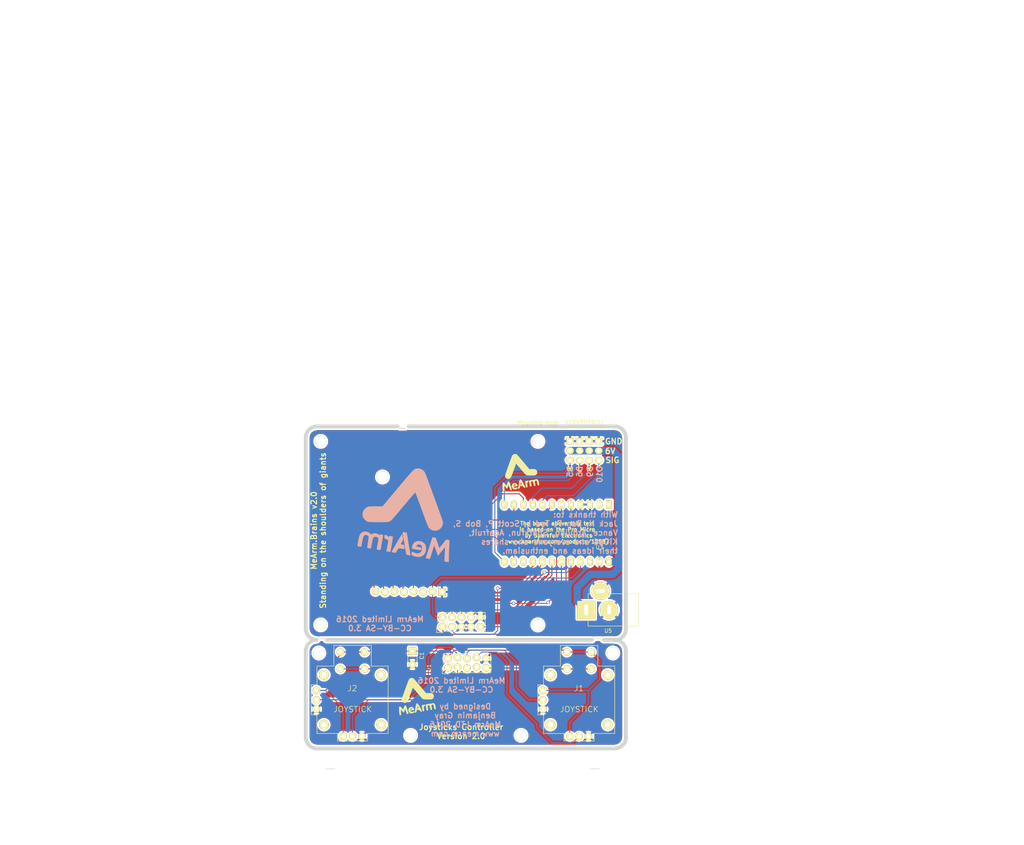
<source format=kicad_pcb>
(kicad_pcb (version 4) (host pcbnew "(2015-01-16 BZR 5376)-product")
  (layers (0 F.Cu signal) (1 In1.Cu signal) (2 In2.Cu signal) (31 B.Cu signal) (34 B.Paste user) (35 F.Paste user) (36 B.SilkS user) (37 F.SilkS user) (38 B.Mask user) (39 F.Mask user) (44 Edge.Cuts user))
  (net 0 "")
  (net 1 GND)
  (net 2 +6V)
  (net 3 I2C_SDA)
  (net 4 I2C_SCLK)
  (net 5 BT_TX)
  (net 6 BT_RX)
  (net 7 LCD_DC)
  (net 8 RIGHT)
  (net 9 LEFT)
  (net 10 LCD_RST)
  (net 11 LCD_CE)
  (net 12 WAIST)
  (net 13 CLAW)
  (net 14 MOSI_D16)
  (net 15 MISO_D14)
  (net 16 SCLK_D15)
  (net 17 A0)
  (net 18 A1)
  (net 19 A2)
  (net 20 A3)
  (net 21 RST)
  (net 22 5V)
  (net 23 VCC)
  (net 24 S2)
  (net 25 S1)
  (net 26 "Net-(U1-Pad5)")
  (net 27 "Net-(U1-Pad7)")
  (module Brains:Mounting_Hole (layer F.Cu) (at 114 85.5)
    (fp_text reference "" (at 0 -5) (layer F.SilkS))
    (fp_text value "" (at 4.5 0) (layer F.SilkS))
    (pad "" thru_hole circle (at 0 0) (size 3 3) (drill 3) (layers *.Cu *.Mask F.SilkS))
  )
  (module brains:MeArmLogo10mm (layer F.Cu) (at 123.3 144.1)
    (fp_text reference G*** hide)
    (fp_text value LOGO hide)
  )
  (module Brains:Nokia5510LCD (layer F.Cu) (at 121 113.5)
    (fp_text reference "" (at 0 -7.62) (layer F.SilkS) (effects (font (size 1.5 1.5))))
    (fp_text value "" (at 0 5.08) (layer F.SilkS) (effects (font (size 1.5 1.5))))
    (fp_text user "" (at -3.175 12.065) (layer F.SilkS) (effects (font (size 1.5 1.5))))
    (pad 1 thru_hole circle (at -8.89 2.54) (size 2 2) (drill 0.9) (layers *.Cu *.Mask F.SilkS) (net 10 LCD_RST))
    (pad 2 thru_hole circle (at -6.35 2.75) (size 2 2) (drill 1) (layers *.Cu *.Mask F.SilkS) (net 11 LCD_CE))
    (pad 3 thru_hole circle (at -3.81 2.54) (size 2 2) (drill 1) (layers *.Cu *.Mask F.SilkS) (net 7 LCD_DC))
    (pad 4 thru_hole circle (at -1.25 2.75) (size 2 2) (drill 1) (layers *.Cu *.Mask F.SilkS) (net 14 MOSI_D16))
    (pad 5 thru_hole circle (at 1.27 2.54) (size 2 2) (drill 1) (layers *.Cu *.Mask F.SilkS) (net 16 SCLK_D15))
    (pad 6 thru_hole circle (at 3.85 2.75) (size 2 2) (drill 1) (layers *.Cu *.Mask F.SilkS) (net 22 5V))
    (pad 7 thru_hole circle (at 6.35 2.54) (size 2 2) (drill 1) (layers *.Cu *.Mask F.SilkS) (net 22 5V))
    (pad 8 thru_hole rect (at 8.9 2.7) (size 2 2) (drill 1) (layers *.Cu *.Mask F.SilkS) (net 1 GND))
  )
  (module Pin_Headers:Pin_Header_Straight_1x03 (layer F.Cu) (at 171.735 75.946)
    (fp_text reference U11 (at 0 -5.1) (layer F.SilkS))
    (fp_text value Servo)
    (pad 1 thru_hole rect (at 0 0) (size 2.032 1.7272) (drill 1.016) (layers *.Cu *.Mask F.SilkS) (net 1 GND))
    (pad 2 thru_hole oval (at 0 2.54) (size 2.032 1.7272) (drill 1.016) (layers *.Cu *.Mask F.SilkS) (net 2 +6V))
    (pad 3 thru_hole oval (at 0 5.08) (size 2.032 1.7272) (drill 1.016) (layers *.Cu *.Mask F.SilkS) (net 8 RIGHT))
  )
  (module Pin_Headers:Pin_Header_Straight_1x03 (layer F.Cu) (at 169.195 75.946)
    (fp_text reference U10 (at 0 -5.1) (layer F.SilkS))
    (fp_text value Servo)
    (pad 1 thru_hole rect (at 0 0) (size 2.032 1.7272) (drill 1.016) (layers *.Cu *.Mask F.SilkS) (net 1 GND))
    (pad 2 thru_hole oval (at 0 2.54) (size 2.032 1.7272) (drill 1.016) (layers *.Cu *.Mask F.SilkS) (net 2 +6V))
    (pad 3 thru_hole oval (at 0 5.08) (size 2.032 1.7272) (drill 1.016) (layers *.Cu *.Mask F.SilkS) (net 9 LEFT))
  )
  (module Pin_Headers:Pin_Header_Straight_1x03 (layer F.Cu) (at 166.655 75.946)
    (fp_text reference U9 (at 0 -5.1) (layer F.SilkS))
    (fp_text value Servo)
    (pad 1 thru_hole rect (at 0 0) (size 2.032 1.7272) (drill 1.016) (layers *.Cu *.Mask F.SilkS) (net 1 GND))
    (pad 2 thru_hole oval (at 0 2.54) (size 2.032 1.7272) (drill 1.016) (layers *.Cu *.Mask F.SilkS) (net 2 +6V))
    (pad 3 thru_hole oval (at 0 5.08) (size 2.032 1.7272) (drill 1.016) (layers *.Cu *.Mask F.SilkS) (net 12 WAIST))
  )
  (module Pin_Headers:Pin_Header_Straight_1x03 (layer F.Cu) (at 164.095 75.935)
    (fp_text reference U12 (at 0 -5.1) (layer F.SilkS))
    (fp_text value Servo)
    (pad 1 thru_hole rect (at 0 0) (size 2.032 1.7272) (drill 1.016) (layers *.Cu *.Mask F.SilkS) (net 1 GND))
    (pad 2 thru_hole oval (at 0 2.54) (size 2.032 1.7272) (drill 1.016) (layers *.Cu *.Mask F.SilkS) (net 2 +6V))
    (pad 3 thru_hole oval (at 0 5.08) (size 2.032 1.7272) (drill 1.016) (layers *.Cu *.Mask F.SilkS) (net 13 CLAW))
  )
  (module Sockets_DIP:DIP-24__600_ELL (layer F.Cu) (at 160.5 100.5 180)
    (fp_text reference U3 (at -11.43 -3.81 180) (layer F.SilkS))
    (fp_text value promicro)
    (pad 1 thru_hole rect (at -13.97 7.62 180) (size 1.5748 2.286) (drill 0.8128) (layers *.Cu *.Mask F.SilkS) (net 5 BT_TX))
    (pad 2 thru_hole oval (at -11.43 7.62 180) (size 1.5748 2.286) (drill 0.8128) (layers *.Cu *.Mask F.SilkS) (net 6 BT_RX))
    (pad 3 thru_hole oval (at -8.89 7.62 180) (size 1.5748 2.286) (drill 0.8128) (layers *.Cu *.Mask F.SilkS) (net 1 GND))
    (pad 4 thru_hole oval (at -6.35 7.62 180) (size 1.5748 2.286) (drill 0.8128) (layers *.Cu *.Mask F.SilkS) (net 1 GND))
    (pad 5 thru_hole oval (at -3.81 7.62 180) (size 1.5748 2.286) (drill 0.8128) (layers *.Cu *.Mask F.SilkS) (net 3 I2C_SDA))
    (pad 6 thru_hole oval (at -1.27 7.62 180) (size 1.5748 2.286) (drill 0.8128) (layers *.Cu *.Mask F.SilkS) (net 4 I2C_SCLK))
    (pad 7 thru_hole oval (at 1.27 7.62 180) (size 1.5748 2.286) (drill 0.8128) (layers *.Cu *.Mask F.SilkS) (net 7 LCD_DC))
    (pad 8 thru_hole oval (at 3.81 7.62 180) (size 1.5748 2.286) (drill 0.8128) (layers *.Cu *.Mask F.SilkS) (net 8 RIGHT))
    (pad 9 thru_hole oval (at 6.35 7.62 180) (size 1.5748 2.286) (drill 0.8128) (layers *.Cu *.Mask F.SilkS) (net 9 LEFT))
    (pad 10 thru_hole oval (at 8.89 7.62 180) (size 1.5748 2.286) (drill 0.8128) (layers *.Cu *.Mask F.SilkS) (net 10 LCD_RST))
    (pad 11 thru_hole oval (at 11.43 7.62 180) (size 1.5748 2.286) (drill 0.8128) (layers *.Cu *.Mask F.SilkS) (net 11 LCD_CE))
    (pad 12 thru_hole oval (at 13.97 7.62 180) (size 1.5748 2.286) (drill 0.8128) (layers *.Cu *.Mask F.SilkS) (net 12 WAIST))
    (pad 13 thru_hole oval (at 13.97 -7.62 180) (size 1.5748 2.286) (drill 0.8128) (layers *.Cu *.Mask F.SilkS) (net 13 CLAW))
    (pad 14 thru_hole oval (at 11.43 -7.62 180) (size 1.5748 2.286) (drill 0.8128) (layers *.Cu *.Mask F.SilkS) (net 14 MOSI_D16))
    (pad 15 thru_hole oval (at 8.89 -7.62 180) (size 1.5748 2.286) (drill 0.8128) (layers *.Cu *.Mask F.SilkS) (net 15 MISO_D14))
    (pad 16 thru_hole oval (at 6.35 -7.62 180) (size 1.5748 2.286) (drill 0.8128) (layers *.Cu *.Mask F.SilkS) (net 16 SCLK_D15))
    (pad 17 thru_hole oval (at 3.81 -7.62 180) (size 1.5748 2.286) (drill 0.8128) (layers *.Cu *.Mask F.SilkS) (net 17 A0))
    (pad 18 thru_hole oval (at 1.27 -7.62 180) (size 1.5748 2.286) (drill 0.8128) (layers *.Cu *.Mask F.SilkS) (net 18 A1))
    (pad 19 thru_hole oval (at -1.27 -7.62 180) (size 1.5748 2.286) (drill 0.8128) (layers *.Cu *.Mask F.SilkS) (net 19 A2))
    (pad 20 thru_hole oval (at -3.81 -7.62 180) (size 1.5748 2.286) (drill 0.8128) (layers *.Cu *.Mask F.SilkS) (net 20 A3))
    (pad 21 thru_hole oval (at -6.35 -7.62 180) (size 1.5748 2.286) (drill 0.8128) (layers *.Cu *.Mask F.SilkS) (net 22 5V))
    (pad 22 thru_hole oval (at -8.89 -7.62 180) (size 1.5748 2.286) (drill 0.8128) (layers *.Cu *.Mask F.SilkS) (net 21 RST))
    (pad 23 thru_hole oval (at -11.43 -7.62 180) (size 1.5748 2.286) (drill 0.8128) (layers *.Cu *.Mask F.SilkS) (net 1 GND))
    (pad 24 thru_hole oval (at -13.97 -7.62 180) (size 1.5748 2.286) (drill 0.8128) (layers *.Cu *.Mask F.SilkS) (net 2 +6V))
  )
  (module Brains:TinyDrillHole (layer F.Cu) (at 98.933 128.651)
    (fp_text reference "" (at 0 0) (layer F.SilkS))
    (fp_text value "" (at 0 0 90) (layer F.SilkS))
    (pad 2 thru_hole circle (at 0 0) (size 0.3 0.3) (drill 0.3) (layers *.Cu *.Mask F.SilkS))
  )
  (module Brains:TinyDrillHole (layer F.Cu) (at 98.552 128.651)
    (fp_text reference "" (at 0 0) (layer F.SilkS))
    (fp_text value "" (at 0 0 90) (layer F.SilkS))
    (pad 2 thru_hole circle (at 0 0) (size 0.3 0.3) (drill 0.3) (layers *.Cu *.Mask F.SilkS))
  )
  (module Brains:TinyDrillHole (layer F.Cu) (at 98.171 128.651)
    (fp_text reference "" (at 0 0) (layer F.SilkS))
    (fp_text value "" (at 0 0 90) (layer F.SilkS))
    (pad 2 thru_hole circle (at 0 0) (size 0.3 0.3) (drill 0.3) (layers *.Cu *.Mask F.SilkS))
  )
  (module Brains:TinyDrillHole (layer F.Cu) (at 97.79 128.651)
    (fp_text reference "" (at 0 0) (layer F.SilkS))
    (fp_text value "" (at 0 0 90) (layer F.SilkS))
    (pad 2 thru_hole circle (at 0 0) (size 0.3 0.3) (drill 0.3) (layers *.Cu *.Mask F.SilkS))
  )
  (module TinyDrillHole (layer F.Cu) (at 97.409 128.651)
    (fp_text reference "" (at 0 0) (layer F.SilkS))
    (fp_text value "" (at 0 0 90) (layer F.SilkS))
    (pad 2 thru_hole circle (at 0 0) (size 0.3 0.3) (drill 0.3) (layers *.Cu *.Mask F.SilkS))
  )
  (module Brains:TinyDrillHole (layer F.Cu) (at 172.339 128.651)
    (fp_text reference "" (at 0 0) (layer F.SilkS))
    (fp_text value "" (at 0 0 90) (layer F.SilkS))
    (pad 2 thru_hole circle (at 0 0) (size 0.3 0.3) (drill 0.3) (layers *.Cu *.Mask F.SilkS))
  )
  (module Brains:TinyDrillHole (layer F.Cu) (at 171.958 128.651)
    (fp_text reference "" (at 0 0) (layer F.SilkS))
    (fp_text value "" (at 0 0 90) (layer F.SilkS))
    (pad 2 thru_hole circle (at 0 0) (size 0.3 0.3) (drill 0.3) (layers *.Cu *.Mask F.SilkS))
  )
  (module Brains:TinyDrillHole (layer F.Cu) (at 171.577 128.651)
    (fp_text reference "" (at 0 0) (layer F.SilkS))
    (fp_text value "" (at 0 0 90) (layer F.SilkS))
    (pad 2 thru_hole circle (at 0 0) (size 0.3 0.3) (drill 0.3) (layers *.Cu *.Mask F.SilkS))
  )
  (module Brains:TinyDrillHole (layer F.Cu) (at 171.196 128.651)
    (fp_text reference "" (at 0 0) (layer F.SilkS))
    (fp_text value "" (at 0 0 90) (layer F.SilkS))
    (pad 2 thru_hole circle (at 0 0) (size 0.3 0.3) (drill 0.3) (layers *.Cu *.Mask F.SilkS))
  )
  (module TinyDrillHole (layer F.Cu) (at 170.815 128.651)
    (fp_text reference "" (at 0 0) (layer F.SilkS))
    (fp_text value "" (at 0 0 90) (layer F.SilkS))
    (pad 2 thru_hole circle (at 0 0) (size 0.3 0.3) (drill 0.3) (layers *.Cu *.Mask F.SilkS))
  )
  (module TinyDrillHole (layer F.Cu) (at 118.618 72.517)
    (fp_text reference "" (at 0 0) (layer F.SilkS))
    (fp_text value "" (at 0 0 90) (layer F.SilkS))
    (pad 2 thru_hole circle (at 0 0) (size 0.3 0.3) (drill 0.3) (layers *.Cu *.Mask F.SilkS))
  )
  (module Pin_Headers:Pin_Header_Straight_2x05 (layer F.Cu) (at 130 125.5 90)
    (fp_text reference "" (at 0 -5.1 90) (layer F.SilkS))
    (fp_text value JoyConnectISP)
    (pad 1 thru_hole circle (at 0 0 90) (size 2 2) (drill 1.016) (layers *.Cu *.Mask F.SilkS) (net 3 I2C_SDA))
    (pad 2 thru_hole circle (at 2.54 0 90) (size 2 2) (drill 1.016) (layers *.Cu *.Mask F.SilkS) (net 22 5V))
    (pad 3 thru_hole circle (at 0 2.54 90) (size 2 2) (drill 1.016) (layers *.Cu *.Mask F.SilkS) (net 17 A0))
    (pad 4 thru_hole circle (at 2.54 2.54 90) (size 2 2) (drill 1.016) (layers *.Cu *.Mask F.SilkS) (net 20 A3))
    (pad 5 thru_hole circle (at 0 5.08 90) (size 2 2) (drill 1.016) (layers *.Cu *.Mask F.SilkS) (net 1 GND))
    (pad 6 thru_hole circle (at 2.54 5.08 90) (size 2 2) (drill 1.016) (layers *.Cu *.Mask F.SilkS) (net 19 A2))
    (pad 7 thru_hole circle (at 0 7.62 90) (size 2 2) (drill 1.016) (layers *.Cu *.Mask F.SilkS) (net 1 GND))
    (pad 8 thru_hole circle (at 2.54 7.62 90) (size 2 2) (drill 1.016) (layers *.Cu *.Mask F.SilkS) (net 18 A1))
    (pad 9 thru_hole circle (at 0 10.16 90) (size 2 2) (drill 1.016) (layers *.Cu *.Mask F.SilkS) (net 4 I2C_SCLK))
    (pad 10 thru_hole circle (at 2.54 10.16 90) (size 2 2) (drill 1.016) (layers *.Cu *.Mask F.SilkS) (net 1 GND))
  )
  (module Connect:JACK_ALIM (layer F.Cu) (at 174.5 121 180)
    (fp_text reference U5 (at 0.254 -5.588 180) (layer F.SilkS))
    (fp_text value JACK_2MM1)
    (pad 2 thru_hole circle (at 0 0 180) (size 4.8006 4.8006) (drill oval 1.016 2.54) (layers *.Cu *.Mask F.SilkS) (net 1 GND))
    (pad 1 thru_hole rect (at 6.096 0 180) (size 4.8006 4.8006) (drill oval 1.016 3) (layers *.Cu *.Mask F.SilkS) (net 2 +6V))
    (pad 3 thru_hole circle (at 2.286 5.08 180) (size 4.8006 4.8006) (drill oval 2.54 1.016) (layers *.Cu *.Mask F.SilkS) (net 1 GND))
  )
  (module Brains:Mounting_Hole (layer F.Cu) (at 97.5 76)
    (fp_text reference "" (at 0 -5) (layer F.SilkS))
    (fp_text value "" (at 4.5 0) (layer F.SilkS))
    (pad "" thru_hole circle (at 0 0) (size 3 3) (drill 3) (layers *.Cu *.Mask F.SilkS))
  )
  (module Brains:Mounting_Hole (layer F.Cu) (at 155.5 76)
    (fp_text reference Mounting_Hole (at 0 -5) (layer F.SilkS))
    (fp_text value "" (at 0 5) (layer F.SilkS))
    (pad "" thru_hole circle (at 0 0) (size 3 3) (drill 3) (layers *.Cu *.Mask F.SilkS))
  )
  (module Brains:Mounting_Hole (layer F.Cu) (at 97.5 125)
    (fp_text reference "" (at 0 -5) (layer F.SilkS))
    (fp_text value "" (at 0 5) (layer F.SilkS))
    (pad "" thru_hole circle (at 0 0) (size 3 3) (drill 3) (layers *.Cu *.Mask F.SilkS))
  )
  (module Brains:Mounting_Hole (layer F.Cu) (at 155.5 125)
    (fp_text reference "" (at 0 -5) (layer F.SilkS))
    (fp_text value "" (at 0 5) (layer F.SilkS))
    (pad "" thru_hole circle (at 0 0) (size 3 3) (drill 3) (layers *.Cu *.Mask F.SilkS))
  )
  (module Brains:TinyDrillHole (layer F.Cu) (at 118.999 72.517)
    (fp_text reference "" (at 0 0) (layer F.SilkS))
    (fp_text value "" (at 0 0 90) (layer F.SilkS))
    (pad 2 thru_hole circle (at 0 0) (size 0.3 0.3) (drill 0.3) (layers *.Cu *.Mask F.SilkS))
  )
  (module Brains:TinyDrillHole (layer F.Cu) (at 119.38 72.517)
    (fp_text reference "" (at 0 0) (layer F.SilkS))
    (fp_text value "" (at 0 0 90) (layer F.SilkS))
    (pad 2 thru_hole circle (at 0 0) (size 0.3 0.3) (drill 0.3) (layers *.Cu *.Mask F.SilkS))
  )
  (module Brains:TinyDrillHole (layer F.Cu) (at 119.761 72.517)
    (fp_text reference "" (at 0 0) (layer F.SilkS))
    (fp_text value "" (at 0 0 90) (layer F.SilkS))
    (pad 2 thru_hole circle (at 0 0) (size 0.3 0.3) (drill 0.3) (layers *.Cu *.Mask F.SilkS))
  )
  (module Brains:TinyDrillHole (layer F.Cu) (at 120.142 72.517)
    (fp_text reference "" (at 0 0) (layer F.SilkS))
    (fp_text value "" (at 0 0 90) (layer F.SilkS))
    (pad 2 thru_hole circle (at 0 0) (size 0.3 0.3) (drill 0.3) (layers *.Cu *.Mask F.SilkS))
  )
  (module brains:MeArmLogo25mm (layer B.Cu) (at 119.634 95.758 180)
    (fp_text reference G*** hide)
    (fp_text value LOGO hide)
  )
  (module brains:MeArmLogo10mm (layer F.Cu) (at 150.9 84.3)
    (fp_text reference G*** hide)
    (fp_text value LOGO hide)
  )
  (module Brains:JOYSTICKS (layer F.Cu) (at 166.5 145)
    (fp_text reference J1 (at -0.05 -3.05) (layer F.SilkS) (effects (font (size 1.5 1.5))))
    (fp_text value JOYSTICK (at 0.05 2.55) (layer F.SilkS) (effects (font (size 1.5 1.5))))
    (pad "" thru_hole circle (at -7.65 -6.65) (size 2.6 2.6) (drill 1.4) (layers *.Cu *.Mask F.SilkS))
    (pad "" thru_hole circle (at 7.65 -6.65) (size 2.6 2.6) (drill 1.4) (layers *.Cu *.Mask F.SilkS))
    (pad "" thru_hole circle (at 7.65 6.65) (size 2.6 2.6) (drill 1.4) (layers *.Cu *.Mask F.SilkS))
    (pad "" thru_hole circle (at -7.65 6.65) (size 2.6 2.6) (drill 1.4) (layers *.Cu *.Mask F.SilkS))
    (pad 4 thru_hole circle (at -9.65 0) (size 2 2) (drill 1) (layers *.Cu *.Mask F.SilkS) (net 19 A2))
    (pad 3 thru_hole circle (at -9.65 -2.5) (size 2 2) (drill 1) (layers *.Cu *.Mask F.SilkS) (net 23 VCC))
    (pad 5 thru_hole circle (at -9.65 2.5) (size 2 2) (drill 1) (layers *.Cu *.Mask F.SilkS) (net 1 GND))
    (pad 7 thru_hole circle (at 0 9.75) (size 2 2) (drill 1) (layers *.Cu *.Mask F.SilkS) (net 20 A3))
    (pad 6 thru_hole circle (at -2.5 9.75) (size 2 2) (drill 1) (layers *.Cu *.Mask F.SilkS) (net 23 VCC))
    (pad 8 thru_hole circle (at 2.5 9.75) (size 2 2) (drill 1) (layers *.Cu *.Mask F.SilkS) (net 1 GND))
    (pad 1 thru_hole circle (at -3.25 -8.25) (size 2 2) (drill 1) (layers *.Cu *.Mask F.SilkS) (net 24 S2))
    (pad 1 thru_hole circle (at 3.25 -8.25) (size 2 2) (drill 1) (layers *.Cu *.Mask F.SilkS) (net 24 S2))
    (pad 2 thru_hole circle (at 3.25 -12.75) (size 2 2) (drill 1) (layers *.Cu *.Mask F.SilkS) (net 23 VCC))
    (pad 2 thru_hole circle (at -3.25 -12.75) (size 2 2) (drill 1) (layers *.Cu *.Mask F.SilkS) (net 23 VCC))
  )
  (module JOYSTICKS (layer F.Cu) (at 106 145)
    (fp_text reference J2 (at -0.05 -3.05) (layer F.SilkS) (effects (font (size 1.5 1.5))))
    (fp_text value JOYSTICK (at 0.05 2.55) (layer F.SilkS) (effects (font (size 1.5 1.5))))
    (pad "" thru_hole circle (at -7.65 -6.65) (size 2.6 2.6) (drill 1.4) (layers *.Cu *.Mask F.SilkS))
    (pad "" thru_hole circle (at 7.65 -6.65) (size 2.6 2.6) (drill 1.4) (layers *.Cu *.Mask F.SilkS))
    (pad "" thru_hole circle (at 7.65 6.65) (size 2.6 2.6) (drill 1.4) (layers *.Cu *.Mask F.SilkS))
    (pad "" thru_hole circle (at -7.65 6.65) (size 2.6 2.6) (drill 1.4) (layers *.Cu *.Mask F.SilkS))
    (pad 4 thru_hole circle (at -9.65 0) (size 2 2) (drill 1) (layers *.Cu *.Mask F.SilkS) (net 17 A0))
    (pad 3 thru_hole circle (at -9.65 -2.5) (size 2 2) (drill 1) (layers *.Cu *.Mask F.SilkS) (net 23 VCC))
    (pad 5 thru_hole circle (at -9.65 2.5) (size 2 2) (drill 1) (layers *.Cu *.Mask F.SilkS) (net 1 GND))
    (pad 7 thru_hole circle (at 0 9.75) (size 2 2) (drill 1) (layers *.Cu *.Mask F.SilkS) (net 18 A1))
    (pad 6 thru_hole circle (at -2.5 9.75) (size 2 2) (drill 1) (layers *.Cu *.Mask F.SilkS) (net 23 VCC))
    (pad 8 thru_hole circle (at 2.5 9.75) (size 2 2) (drill 1) (layers *.Cu *.Mask F.SilkS) (net 1 GND))
    (pad 1 thru_hole circle (at -3.25 -8.25) (size 2 2) (drill 1) (layers *.Cu *.Mask F.SilkS) (net 25 S1))
    (pad 1 thru_hole circle (at 3.25 -8.25) (size 2 2) (drill 1) (layers *.Cu *.Mask F.SilkS) (net 25 S1))
    (pad 2 thru_hole circle (at 3.25 -12.75) (size 2 2) (drill 1) (layers *.Cu *.Mask F.SilkS) (net 23 VCC))
    (pad 2 thru_hole circle (at -3.25 -12.75) (size 2 2) (drill 1) (layers *.Cu *.Mask F.SilkS) (net 23 VCC))
  )
  (module Pin_Headers:Pin_Header_Straight_2x05 (layer F.Cu) (at 131.5 136.5 90)
    (fp_text reference U1 (at 0 -5.1 90) (layer F.SilkS))
    (fp_text value JoyConnectISP)
    (pad 1 thru_hole circle (at 0 0 90) (size 2 2) (drill 1.016) (layers *.Cu *.Mask F.SilkS) (net 25 S1))
    (pad 2 thru_hole circle (at 2.54 0 90) (size 2 2) (drill 1.016) (layers *.Cu *.Mask F.SilkS) (net 23 VCC))
    (pad 3 thru_hole circle (at 0.254 2.54 90) (size 2 2) (drill 1.016) (layers *.Cu *.Mask F.SilkS) (net 17 A0))
    (pad 4 thru_hole circle (at 2.794 2.54 90) (size 2 2) (drill 1.016) (layers *.Cu *.Mask F.SilkS) (net 18 A1))
    (pad 5 thru_hole circle (at 0 5.08 90) (size 2 2) (drill 1.016) (layers *.Cu *.Mask F.SilkS) (net 26 "Net-(U1-Pad5)"))
    (pad 6 thru_hole circle (at 2.54 5.08 90) (size 2 2) (drill 1.016) (layers *.Cu *.Mask F.SilkS) (net 19 A2))
    (pad 7 thru_hole circle (at 0.254 7.62 90) (size 2 2) (drill 1.016) (layers *.Cu *.Mask F.SilkS) (net 27 "Net-(U1-Pad7)"))
    (pad 8 thru_hole circle (at 2.794 7.62 90) (size 2 2) (drill 1.016) (layers *.Cu *.Mask F.SilkS) (net 20 A3))
    (pad 9 thru_hole circle (at 0 10.16 90) (size 2 2) (drill 1.016) (layers *.Cu *.Mask F.SilkS) (net 24 S2))
    (pad 10 thru_hole circle (at 2.54 10.16 90) (size 2 2) (drill 1.016) (layers *.Cu *.Mask F.SilkS) (net 1 GND))
  )
  (module Capacitors_ThroughHole:C_Disc_D3_P2.5 (layer F.Cu) (at 122 132 270)
    (fp_text reference C1 (at 1.25 -2.5 270) (layer F.SilkS))
    (fp_text value C)
    (pad 1 thru_hole rect (at 0 0 270) (size 2 2) (drill 0.8) (layers *.Cu *.Mask F.SilkS) (net 23 VCC))
    (pad 2 thru_hole circle (at 3.556 0 270) (size 2 2) (drill 0.8001) (layers *.Cu *.Mask F.SilkS) (net 1 GND))
  )
  (module brains:TinyDrillHole (layer F.Cu) (at 169.664 163.403)
    (fp_text reference "" (at 0 0) (layer F.SilkS))
    (fp_text value "" (at 0 0 90) (layer F.SilkS))
    (pad 2 thru_hole circle (at 0 0) (size 0.3 0.3) (drill 0.3) (layers *.Cu *.Mask F.SilkS))
  )
  (module brains:TinyDrillHole (layer F.Cu) (at 170.172 163.403)
    (fp_text reference "" (at 0 0) (layer F.SilkS))
    (fp_text value "" (at 0 0 90) (layer F.SilkS))
    (pad 2 thru_hole circle (at 0 0) (size 0.3 0.3) (drill 0.3) (layers *.Cu *.Mask F.SilkS))
  )
  (module brains:TinyDrillHole (layer F.Cu) (at 171.188 163.403)
    (fp_text reference "" (at 0 0) (layer F.SilkS))
    (fp_text value "" (at 0 0 90) (layer F.SilkS))
    (pad 2 thru_hole circle (at 0 0) (size 0.3 0.3) (drill 0.3) (layers *.Cu *.Mask F.SilkS))
  )
  (module brains:TinyDrillHole (layer F.Cu) (at 170.68 163.403)
    (fp_text reference "" (at 0 0) (layer F.SilkS))
    (fp_text value "" (at 0 0 90) (layer F.SilkS))
    (pad 2 thru_hole circle (at 0 0) (size 0.3 0.3) (drill 0.3) (layers *.Cu *.Mask F.SilkS))
  )
  (module brains:TinyDrillHole (layer F.Cu) (at 171.696 163.403)
    (fp_text reference "" (at 0 0) (layer F.SilkS))
    (fp_text value "" (at 0 0 90) (layer F.SilkS))
    (pad 2 thru_hole circle (at 0 0) (size 0.3 0.3) (drill 0.3) (layers *.Cu *.Mask F.SilkS))
  )
  (module brains:TinyDrillHole (layer F.Cu) (at 101.084 163.403)
    (fp_text reference "" (at 0 0) (layer F.SilkS))
    (fp_text value "" (at 0 0 90) (layer F.SilkS))
    (pad 2 thru_hole circle (at 0 0) (size 0.3 0.3) (drill 0.3) (layers *.Cu *.Mask F.SilkS))
  )
  (module brains:TinyDrillHole (layer F.Cu) (at 100.068 163.403)
    (fp_text reference "" (at 0 0) (layer F.SilkS))
    (fp_text value "" (at 0 0 90) (layer F.SilkS))
    (pad 2 thru_hole circle (at 0 0) (size 0.3 0.3) (drill 0.3) (layers *.Cu *.Mask F.SilkS))
  )
  (module brains:TinyDrillHole (layer F.Cu) (at 100.576 163.403)
    (fp_text reference "" (at 0 0) (layer F.SilkS))
    (fp_text value "" (at 0 0 90) (layer F.SilkS))
    (pad 2 thru_hole circle (at 0 0) (size 0.3 0.3) (drill 0.3) (layers *.Cu *.Mask F.SilkS))
  )
  (module brains:TinyDrillHole (layer F.Cu) (at 99.56 163.403)
    (fp_text reference "" (at 0 0) (layer F.SilkS))
    (fp_text value "" (at 0 0 90) (layer F.SilkS))
    (pad 2 thru_hole circle (at 0 0) (size 0.3 0.3) (drill 0.3) (layers *.Cu *.Mask F.SilkS))
  )
  (module Mounting_Hole (layer F.Cu) (at 97 132.5)
    (fp_text reference "" (at 0 -5) (layer F.SilkS))
    (fp_text value "" (at 0 5) (layer F.SilkS))
    (pad "" thru_hole circle (at 0 0) (size 3 3) (drill 3) (layers *.Cu *.Mask F.SilkS))
  )
  (module Mounting_Hole (layer F.Cu) (at 151 154.5)
    (fp_text reference "" (at 0 -5) (layer F.SilkS))
    (fp_text value "" (at 0 5) (layer F.SilkS))
    (pad "" thru_hole circle (at 0 0) (size 3 3) (drill 3) (layers *.Cu *.Mask F.SilkS))
  )
  (module Mounting_Hole (layer F.Cu) (at 175.5 132.5)
    (fp_text reference "" (at 0 -5) (layer F.SilkS))
    (fp_text value "" (at 0 5) (layer F.SilkS))
    (pad "" thru_hole circle (at 0 0) (size 3 3) (drill 3) (layers *.Cu *.Mask F.SilkS))
  )
  (module Mounting_Hole (layer F.Cu) (at 121.5 154.5)
    (fp_text reference "" (at 0 -5) (layer F.SilkS))
    (fp_text value "" (at 0 5) (layer F.SilkS))
    (pad "" thru_hole circle (at 0 0) (size 3 3) (drill 3) (layers *.Cu *.Mask F.SilkS))
  )
  (module brains:TinyDrillHole (layer F.Cu) (at 99.052 163.403)
    (fp_text reference "" (at 0 0) (layer F.SilkS))
    (fp_text value "" (at 0 0 90) (layer F.SilkS))
    (pad 2 thru_hole circle (at 0 0) (size 0.3 0.3) (drill 0.3) (layers *.Cu *.Mask F.SilkS))
  )
  (gr_text SIG (at 175.4 81) (layer F.SilkS) (effects (font (size 1.5 1.5) (thickness 0.3))))
  (gr_text 6V (at 174.8 78.6) (layer F.SilkS) (effects (font (size 1.5 1.5) (thickness 0.3))))
  (gr_text GND (at 175.75 76) (layer F.SilkS) (effects (font (size 1.5 1.5) (thickness 0.3))))
  (gr_line (start 93.5 132) (end 93.5 155) (angle 90) (layer Edge.Cuts) (width 1))
  (gr_line (start 179 132) (end 179 155) (angle 90) (layer Edge.Cuts) (width 1))
  (gr_text "MeArm Limited 2016\nCC-BY-SA 3.0" (at 113.3 124.7) (layer B.SilkS) (effects (font (size 1.5 1.5) (thickness 0.3)) (justify mirror)))
  (gr_arc (start 176 126.1) (end 179 126.1) (angle 90) (layer Edge.Cuts) (width 1))
  (gr_line (start 96 158) (end 176 158) (angle 90) (layer Edge.Cuts) (width 1))
  (gr_arc (start 96.5 155) (end 96.5 158) (angle 90) (layer Edge.Cuts) (width 1))
  (gr_arc (start 176 132) (end 176 129) (angle 90) (layer Edge.Cuts) (width 1))
  (gr_arc (start 96.5 132) (end 93.5 132) (angle 90) (layer Edge.Cuts) (width 1))
  (gr_text C (at 171.704 83.312) (layer F.SilkS) (effects (font (size 1.5 1.5) (thickness 0.3))))
  (gr_text R (at 169.164 83.312) (layer F.SilkS) (effects (font (size 1.5 1.5) (thickness 0.3))))
  (gr_text L (at 166.624 83.312) (layer F.SilkS) (effects (font (size 1.5 1.5) (thickness 0.3))))
  (gr_text M (at 164.084 83.312) (layer F.SilkS) (effects (font (size 1.5 1.5) (thickness 0.3))))
  (gr_text "MeArm Limited 2016\nCC-BY-SA 3.0" (at 135.1 141.1) (layer B.SilkS) (effects (font (size 1.5 1.5) (thickness 0.3)) (justify mirror)))
  (gr_line (start 96.5 72) (end 118 72) (angle 90) (layer Edge.Cuts) (width 1))
  (gr_arc (start 176 75) (end 176 72) (angle 90) (layer Edge.Cuts) (width 1))
  (gr_arc (start 176 155) (end 179 155) (angle 90) (layer Edge.Cuts) (width 1))
  (gr_arc (start 96.5 126) (end 96.5 129) (angle 90) (layer Edge.Cuts) (width 1))
  (gr_line (start 170 129) (end 99 129) (angle 90) (layer Edge.Cuts) (width 1))
  (gr_line (start 176 129) (end 173 129) (angle 90) (layer Edge.Cuts) (width 1))
  (gr_line (start 179 75) (end 179 126) (angle 90) (layer Edge.Cuts) (width 1))
  (gr_line (start 121 72) (end 176 72) (angle 90) (layer Edge.Cuts) (width 1))
  (gr_arc (start 96.5 75) (end 93.5 75) (angle 90) (layer Edge.Cuts) (width 1))
  (gr_line (start 93.5 75) (end 93.5 126) (angle 90) (layer Edge.Cuts) (width 1))
  (gr_text "MeArm.Brains v2.0\nStanding on the shoulders of giants" (at 96.9 99.8 90) (layer F.SilkS) (effects (font (size 1.5 1.5) (thickness 0.3))))
  (gr_text "With thanks to:\nJack H, Ben P, Ted L, Scott P, Bob S,\nVance, Arduino, Sparkfun, Adafruit,\nKiCad and everyone who shares \ntheir ideas and enthusiam.\n\n" (at 177.038 101.6) (layer B.SilkS) (effects (font (size 1.5 1.5) (thickness 0.3)) (justify left mirror)))
  (gr_text "D5\n" (at 164.084 84.074 90) (layer B.SilkS) (effects (font (size 1.5 1.5) (thickness 0.3)) (justify mirror)))
  (gr_text "D6\n" (at 166.624 84.074 90) (layer B.SilkS) (effects (font (size 1.5 1.5) (thickness 0.3)) (justify mirror)))
  (gr_text "D9\n" (at 169.418 84.074 90) (layer B.SilkS) (effects (font (size 1.5 1.5) (thickness 0.3)) (justify mirror)))
  (gr_text "D10\n" (at 171.958 84.836 90) (layer B.SilkS) (effects (font (size 1.5 1.5) (thickness 0.3)) (justify mirror)))
  (gr_text "The board above this text \nis based on the Pro Micro \nby Sparkfun Electronics\nwww.sparkfun.com/products/12587\n" (at 161.036 100.33) (layer F.SilkS) (effects (font (size 1 1) (thickness 0.25))))
  (gr_text "Designed by\nBenjamin Gray\nMeArm LTD 2016\nwww.mearm.com" (at 136.1 150.4) (layer B.SilkS) (effects (font (size 1.5 1.5) (thickness 0.3)) (justify mirror)))
  (gr_text "Joysticks Controller\nVersion 2.0\n" (at 135 153.5) (layer F.SilkS) (effects (font (size 1.5 1.5) (thickness 0.3))))
  (segment (start 137.62 125.5) (end 135.08 125.5) (width 0.254) (layer F.Cu) (net 1))
  (segment (start 140.16 122.96) (end 137.62 125.5) (width 0.254) (layer F.Cu) (net 1))
  (segment (start 174.47 108.12) (end 177 108.12) (width 2) (layer B.Cu) (net 2))
  (segment (start 176.5 108.5) (end 177 108.5) (width 2) (layer B.Cu) (net 2))
  (segment (start 176.62 108.5) (end 176.5 108.5) (width 2) (layer B.Cu) (net 2))
  (segment (start 177 108.12) (end 176.62 108.5) (width 2) (layer B.Cu) (net 2))
  (segment (start 171.735 78.486) (end 175.486 78.486) (width 2) (layer B.Cu) (net 2))
  (segment (start 177 80) (end 177 108.5) (width 2) (layer B.Cu) (net 2))
  (segment (start 175.486 78.486) (end 177 80) (width 2) (layer B.Cu) (net 2))
  (segment (start 171.735 78.486) (end 172.466 78.486) (width 0.254) (layer B.Cu) (net 2))
  (segment (start 171.735 78.486) (end 171.735 78.517) (width 0.254) (layer B.Cu) (net 2))
  (segment (start 169.195 78.486) (end 171.735 78.486) (width 2) (layer B.Cu) (net 2))
  (segment (start 166.655 78.486) (end 169.195 78.486) (width 2) (layer B.Cu) (net 2))
  (segment (start 164.095 78.475) (end 166.644 78.475) (width 2) (layer B.Cu) (net 2))
  (segment (start 166.644 78.475) (end 166.655 78.486) (width 2) (layer B.Cu) (net 2))
  (segment (start 177 110) (end 175.5 111.5) (width 2) (layer B.Cu) (net 2))
  (segment (start 175.5 111.5) (end 169.5 111.5) (width 2) (layer B.Cu) (net 2))
  (segment (start 169.5 111.5) (end 166 115) (width 2) (layer B.Cu) (net 2))
  (segment (start 166 115) (end 166 118.596) (width 2) (layer B.Cu) (net 2))
  (segment (start 166 118.596) (end 168.404 121) (width 2) (layer B.Cu) (net 2))
  (segment (start 177 108.5) (end 177 110) (width 2) (layer B.Cu) (net 2))
  (segment (start 164.31 92.88) (end 164.31 105.19) (width 0.254) (layer F.Cu) (net 3))
  (segment (start 130 126.5) (end 130 125.5) (width 0.254) (layer F.Cu) (net 3))
  (segment (start 131 127.5) (end 130 126.5) (width 0.254) (layer F.Cu) (net 3))
  (segment (start 158 127.5) (end 131 127.5) (width 0.254) (layer F.Cu) (net 3))
  (segment (start 163 122.5) (end 158 127.5) (width 0.254) (layer F.Cu) (net 3))
  (segment (start 163 106.5) (end 163 122.5) (width 0.254) (layer F.Cu) (net 3))
  (segment (start 164.31 105.19) (end 163 106.5) (width 0.254) (layer F.Cu) (net 3))
  (segment (start 161.77 92.88) (end 161.77 105.23) (width 0.254) (layer F.Cu) (net 4))
  (segment (start 149 125.5) (end 140.16 125.5) (width 0.254) (layer F.Cu) (net 4))
  (segment (start 160.5 114) (end 149 125.5) (width 0.254) (layer F.Cu) (net 4))
  (segment (start 160.5 106.5) (end 160.5 114) (width 0.254) (layer F.Cu) (net 4))
  (segment (start 161.77 105.23) (end 160.5 106.5) (width 0.254) (layer F.Cu) (net 4))
  (segment (start 116.84 115.69) (end 116.84 104.66) (width 0.254) (layer F.Cu) (net 7))
  (segment (start 122 99.5) (end 116.84 104.66) (width 0.254) (layer F.Cu) (net 7))
  (segment (start 153 99.5) (end 122 99.5) (width 0.254) (layer F.Cu) (net 7))
  (segment (start 153 99.5) (end 159.23 93.27) (width 0.254) (layer F.Cu) (net 7))
  (segment (start 116.84 115.69) (end 117.19 116.04) (width 0.254) (layer F.Cu) (net 7))
  (segment (start 159.23 92.88) (end 159.23 93.27) (width 0.254) (layer F.Cu) (net 7))
  (segment (start 171.735 81.026) (end 171.735 83.765) (width 0.254) (layer B.Cu) (net 8))
  (segment (start 158 90.5) (end 156.69 91.81) (width 0.254) (layer B.Cu) (net 8))
  (segment (start 165 90.5) (end 158 90.5) (width 0.254) (layer B.Cu) (net 8))
  (segment (start 171.735 83.765) (end 165 90.5) (width 0.254) (layer B.Cu) (net 8))
  (segment (start 156.69 91.81) (end 156.69 92.88) (width 0.254) (layer B.Cu) (net 8))
  (segment (start 171.735 81.026) (end 172.497 81.026) (width 0.1524) (layer B.Cu) (net 8))
  (segment (start 169.195 81.026) (end 169.195 83.805) (width 0.254) (layer B.Cu) (net 9))
  (segment (start 154.15 90.85) (end 154.15 92.88) (width 0.254) (layer B.Cu) (net 9))
  (segment (start 156.5 88.5) (end 154.15 90.85) (width 0.254) (layer B.Cu) (net 9))
  (segment (start 164.5 88.5) (end 156.5 88.5) (width 0.254) (layer B.Cu) (net 9))
  (segment (start 169.195 83.805) (end 164.5 88.5) (width 0.254) (layer B.Cu) (net 9))
  (segment (start 169.195 80.899) (end 169.195 80.899) (width 0.254) (layer B.Cu) (net 9))
  (segment (start 111.76 115.69) (end 111.76 102.24) (width 0.254) (layer F.Cu) (net 10))
  (segment (start 151.61 91.11) (end 150.5 90) (width 0.254) (layer F.Cu) (net 10))
  (segment (start 150.5 90) (end 146 90) (width 0.254) (layer F.Cu) (net 10))
  (segment (start 146 90) (end 141 95) (width 0.254) (layer F.Cu) (net 10))
  (segment (start 141 95) (end 119 95) (width 0.254) (layer F.Cu) (net 10))
  (segment (start 119 95) (end 111.76 102.24) (width 0.254) (layer F.Cu) (net 10))
  (segment (start 151.61 91.11) (end 151.61 92.88) (width 0.254) (layer F.Cu) (net 10))
  (segment (start 111.76 115.69) (end 112.11 116.04) (width 0.254) (layer F.Cu) (net 10))
  (segment (start 114.3 115.9) (end 114.3 103.7) (width 0.254) (layer F.Cu) (net 11))
  (segment (start 149.07 94.43) (end 146.5 97) (width 0.254) (layer F.Cu) (net 11))
  (segment (start 146.5 97) (end 121 97) (width 0.254) (layer F.Cu) (net 11))
  (segment (start 121 97) (end 114.3 103.7) (width 0.254) (layer F.Cu) (net 11))
  (segment (start 149.07 94.43) (end 149.07 92.88) (width 0.254) (layer F.Cu) (net 11))
  (segment (start 114.3 115.9) (end 114.65 116.25) (width 0.254) (layer F.Cu) (net 11))
  (segment (start 166.655 81.026) (end 166.655 83.345) (width 0.254) (layer B.Cu) (net 12))
  (segment (start 146.53 88.97) (end 146.53 92.88) (width 0.254) (layer B.Cu) (net 12))
  (segment (start 149 86.5) (end 146.53 88.97) (width 0.254) (layer B.Cu) (net 12))
  (segment (start 163.5 86.5) (end 149 86.5) (width 0.254) (layer B.Cu) (net 12))
  (segment (start 166.655 83.345) (end 163.5 86.5) (width 0.254) (layer B.Cu) (net 12))
  (segment (start 166.735 80.899) (end 166.655 80.899) (width 0.254) (layer B.Cu) (net 12))
  (segment (start 164.095 81.015) (end 164.095 82.905) (width 0.254) (layer B.Cu) (net 13))
  (segment (start 144 105.59) (end 146.53 108.12) (width 0.254) (layer B.Cu) (net 13))
  (segment (start 144 88.5) (end 144 105.59) (width 0.254) (layer B.Cu) (net 13))
  (segment (start 148 84.5) (end 144 88.5) (width 0.254) (layer B.Cu) (net 13))
  (segment (start 162.5 84.5) (end 148 84.5) (width 0.254) (layer B.Cu) (net 13))
  (segment (start 164.095 82.905) (end 162.5 84.5) (width 0.254) (layer B.Cu) (net 13))
  (segment (start 123 101.5) (end 119.5 105) (width 0.254) (layer F.Cu) (net 14))
  (segment (start 149.07 106.57) (end 144 101.5) (width 0.254) (layer F.Cu) (net 14))
  (segment (start 144 101.5) (end 123 101.5) (width 0.254) (layer F.Cu) (net 14))
  (segment (start 149.07 108.12) (end 149.07 106.57) (width 0.254) (layer F.Cu) (net 14))
  (segment (start 119.5 105) (end 119.5 116) (width 0.254) (layer F.Cu) (net 14))
  (segment (start 119.5 116) (end 119.75 116.25) (width 0.254) (layer F.Cu) (net 14))
  (segment (start 124 111) (end 123 111) (width 0.254) (layer F.Cu) (net 16))
  (segment (start 154.15 109.35) (end 152.5 111) (width 0.254) (layer F.Cu) (net 16))
  (segment (start 152.5 111) (end 124 111) (width 0.254) (layer F.Cu) (net 16))
  (segment (start 154.15 108.12) (end 154.15 109.35) (width 0.254) (layer F.Cu) (net 16))
  (segment (start 122.27 111.73) (end 122.27 116.04) (width 0.254) (layer F.Cu) (net 16))
  (segment (start 123 111) (end 122.27 111.73) (width 0.254) (layer F.Cu) (net 16))
  (segment (start 134.04 136.246) (end 134.04 141.71) (width 0.254) (layer F.Cu) (net 17))
  (segment (start 130.75 145) (end 96.35 145) (width 0.254) (layer F.Cu) (net 17))
  (segment (start 134.04 141.71) (end 130.75 145) (width 0.254) (layer F.Cu) (net 17))
  (segment (start 156.69 108.12) (end 156.69 108.81) (width 0.254) (layer F.Cu) (net 17))
  (segment (start 156.69 108.81) (end 150.25 115.25) (width 0.254) (layer F.Cu) (net 17))
  (segment (start 150.25 115.25) (end 144.75 115.25) (width 0.254) (layer F.Cu) (net 17))
  (via (at 144.75 115.25) (size 0.889) (layers F.Cu B.Cu) (net 17))
  (segment (start 144.75 115.25) (end 144.75 126.5) (width 0.254) (layer B.Cu) (net 17))
  (segment (start 144.75 126.5) (end 143.75 127.5) (width 0.254) (layer B.Cu) (net 17))
  (segment (start 143.75 127.5) (end 133.5 127.5) (width 0.254) (layer B.Cu) (net 17))
  (segment (start 133.5 127.5) (end 132.54 126.54) (width 0.254) (layer B.Cu) (net 17))
  (segment (start 132.54 126.54) (end 132.54 125.5) (width 0.254) (layer B.Cu) (net 17))
  (segment (start 134.04 133.706) (end 134.04 132.79) (width 0.254) (layer B.Cu) (net 18))
  (segment (start 134.04 132.79) (end 132.25 131) (width 0.254) (layer B.Cu) (net 18))
  (segment (start 106 149.25) (end 106 154.75) (width 0.254) (layer B.Cu) (net 18))
  (segment (start 110.25 145) (end 106 149.25) (width 0.254) (layer B.Cu) (net 18))
  (segment (start 121 145) (end 110.25 145) (width 0.254) (layer B.Cu) (net 18))
  (segment (start 126.25 139.75) (end 121 145) (width 0.254) (layer B.Cu) (net 18))
  (segment (start 126.25 133.75) (end 126.25 139.75) (width 0.254) (layer B.Cu) (net 18))
  (segment (start 129 131) (end 126.25 133.75) (width 0.254) (layer B.Cu) (net 18))
  (segment (start 132.25 131) (end 129 131) (width 0.254) (layer B.Cu) (net 18))
  (segment (start 159.23 108.12) (end 159.23 111.77) (width 0.254) (layer F.Cu) (net 18))
  (segment (start 139.58 121) (end 137.62 122.96) (width 0.254) (layer F.Cu) (net 18))
  (segment (start 150 121) (end 139.58 121) (width 0.254) (layer F.Cu) (net 18))
  (segment (start 159.23 111.77) (end 150 121) (width 0.254) (layer F.Cu) (net 18))
  (segment (start 134.04 133.706) (end 134.04 133.96) (width 0.1524) (layer B.Cu) (net 18))
  (segment (start 134.04 133.706) (end 134.04 134.04) (width 0.1524) (layer B.Cu) (net 18))
  (segment (start 136.58 133.96) (end 136.58 132.42) (width 0.254) (layer B.Cu) (net 19))
  (segment (start 153 145) (end 156.85 145) (width 0.254) (layer B.Cu) (net 19))
  (segment (start 149.75 141.75) (end 153 145) (width 0.254) (layer B.Cu) (net 19))
  (segment (start 149.75 135) (end 149.75 141.75) (width 0.254) (layer B.Cu) (net 19))
  (segment (start 146.5 131.75) (end 149.75 135) (width 0.254) (layer B.Cu) (net 19))
  (segment (start 137.25 131.75) (end 146.5 131.75) (width 0.254) (layer B.Cu) (net 19))
  (segment (start 136.58 132.42) (end 137.25 131.75) (width 0.254) (layer B.Cu) (net 19))
  (segment (start 161.77 115.23) (end 161.77 115.48) (width 0.254) (layer F.Cu) (net 19))
  (segment (start 161.77 108.12) (end 161.77 115.23) (width 0.254) (layer F.Cu) (net 19))
  (segment (start 135.08 121.67) (end 135.08 122.96) (width 0.254) (layer F.Cu) (net 19))
  (segment (start 137.5 119.25) (end 135.08 121.67) (width 0.254) (layer F.Cu) (net 19))
  (segment (start 149 119.25) (end 137.5 119.25) (width 0.254) (layer F.Cu) (net 19))
  (via (at 149 119.25) (size 0.889) (layers F.Cu B.Cu) (net 19))
  (segment (start 158 119.25) (end 149 119.25) (width 0.254) (layer B.Cu) (net 19))
  (segment (start 158.25 119) (end 158 119.25) (width 0.254) (layer B.Cu) (net 19))
  (via (at 158.25 119) (size 0.889) (layers F.Cu B.Cu) (net 19))
  (segment (start 161.77 115.48) (end 158.25 119) (width 0.254) (layer F.Cu) (net 19))
  (segment (start 136.58 133.96) (end 136.58 133.98) (width 0.1524) (layer F.Cu) (net 19))
  (segment (start 139.12 133.706) (end 139.12 133.63) (width 0.254) (layer B.Cu) (net 20))
  (segment (start 139.12 133.63) (end 140.491998 132.258002) (width 0.254) (layer B.Cu) (net 20))
  (segment (start 164.75 156.5) (end 166.5 154.75) (width 0.254) (layer B.Cu) (net 20))
  (segment (start 159.25 156.5) (end 164.75 156.5) (width 0.254) (layer B.Cu) (net 20))
  (segment (start 155.25 152.5) (end 159.25 156.5) (width 0.254) (layer B.Cu) (net 20))
  (segment (start 155.25 151.5) (end 155.25 152.5) (width 0.254) (layer B.Cu) (net 20))
  (segment (start 147.25 143.5) (end 155.25 151.5) (width 0.254) (layer B.Cu) (net 20))
  (segment (start 147.25 135) (end 147.25 143.5) (width 0.254) (layer B.Cu) (net 20))
  (segment (start 144.508002 132.258002) (end 147.25 135) (width 0.254) (layer B.Cu) (net 20))
  (segment (start 140.491998 132.258002) (end 144.508002 132.258002) (width 0.254) (layer B.Cu) (net 20))
  (segment (start 164.31 108.12) (end 164.31 109.94) (width 0.254) (layer B.Cu) (net 20))
  (segment (start 132.54 119.21) (end 132.54 122.96) (width 0.254) (layer F.Cu) (net 20))
  (segment (start 134.5 117.25) (end 132.54 119.21) (width 0.254) (layer F.Cu) (net 20))
  (segment (start 151 117.25) (end 134.5 117.25) (width 0.254) (layer F.Cu) (net 20))
  (segment (start 157.25 111) (end 151 117.25) (width 0.254) (layer F.Cu) (net 20))
  (via (at 157.25 111) (size 0.889) (layers F.Cu B.Cu) (net 20))
  (segment (start 163.25 111) (end 157.25 111) (width 0.254) (layer B.Cu) (net 20))
  (segment (start 164.31 109.94) (end 163.25 111) (width 0.254) (layer B.Cu) (net 20))
  (segment (start 139.12 133.706) (end 139.12 133.92) (width 0.1524) (layer F.Cu) (net 20))
  (segment (start 127.35 116.04) (end 127.35 121.85) (width 0.254) (layer B.Cu) (net 22))
  (segment (start 128.46 122.96) (end 130 122.96) (width 0.254) (layer B.Cu) (net 22))
  (segment (start 127.35 121.85) (end 128.46 122.96) (width 0.254) (layer B.Cu) (net 22))
  (segment (start 130 112.5) (end 129.5 112.5) (width 0.254) (layer B.Cu) (net 22))
  (segment (start 127.35 114.65) (end 127.35 116.04) (width 0.254) (layer B.Cu) (net 22))
  (segment (start 129.5 112.5) (end 127.35 114.65) (width 0.254) (layer B.Cu) (net 22))
  (segment (start 164.5 112.5) (end 130 112.5) (width 0.254) (layer B.Cu) (net 22))
  (segment (start 130 112.5) (end 129.75 112.5) (width 0.254) (layer B.Cu) (net 22))
  (segment (start 166.85 110.15) (end 164.5 112.5) (width 0.254) (layer B.Cu) (net 22))
  (segment (start 166.85 108.12) (end 166.85 110.15) (width 0.254) (layer B.Cu) (net 22))
  (segment (start 96.35 142.5) (end 98.75 142.5) (width 0.254) (layer B.Cu) (net 23))
  (segment (start 103.5 147.25) (end 103.5 154.75) (width 0.254) (layer B.Cu) (net 23))
  (segment (start 98.75 142.5) (end 103.5 147.25) (width 0.254) (layer B.Cu) (net 23))
  (segment (start 102.75 132.25) (end 102.75 133) (width 0.254) (layer F.Cu) (net 23))
  (segment (start 102.75 133) (end 100.75 135) (width 0.254) (layer F.Cu) (net 23))
  (segment (start 98.75 142.5) (end 96.35 142.5) (width 0.254) (layer F.Cu) (net 23))
  (segment (start 100.75 140.5) (end 98.75 142.5) (width 0.254) (layer F.Cu) (net 23))
  (segment (start 100.75 135) (end 100.75 140.5) (width 0.254) (layer F.Cu) (net 23))
  (segment (start 109.25 132.25) (end 102.75 132.25) (width 0.254) (layer F.Cu) (net 23))
  (segment (start 122 132) (end 109.5 132) (width 0.254) (layer F.Cu) (net 23))
  (segment (start 109.5 132) (end 109.25 132.25) (width 0.254) (layer F.Cu) (net 23))
  (segment (start 131.5 133.96) (end 131.5 133.5) (width 0.254) (layer F.Cu) (net 23))
  (segment (start 131.5 133.5) (end 130 132) (width 0.254) (layer F.Cu) (net 23))
  (segment (start 130 132) (end 122 132) (width 0.254) (layer F.Cu) (net 23))
  (segment (start 131.5 133.5) (end 133.25 131.75) (width 0.254) (layer F.Cu) (net 23))
  (segment (start 133.25 131.75) (end 162.75 131.75) (width 0.254) (layer F.Cu) (net 23))
  (segment (start 162.75 131.75) (end 163.25 132.25) (width 0.254) (layer F.Cu) (net 23))
  (segment (start 169 142.5) (end 169 146) (width 0.254) (layer B.Cu) (net 23))
  (segment (start 164 151) (end 164 154.75) (width 0.254) (layer B.Cu) (net 23))
  (segment (start 169 146) (end 164 151) (width 0.254) (layer B.Cu) (net 23))
  (segment (start 169.75 132.25) (end 172 134.5) (width 0.254) (layer B.Cu) (net 23))
  (segment (start 169 142.5) (end 156.85 142.5) (width 0.254) (layer B.Cu) (net 23))
  (segment (start 172 139.5) (end 169 142.5) (width 0.254) (layer B.Cu) (net 23))
  (segment (start 172 134.5) (end 172 139.5) (width 0.254) (layer B.Cu) (net 23))
  (segment (start 163.25 132.25) (end 169.75 132.25) (width 0.254) (layer B.Cu) (net 23))
  (segment (start 131.5 133.96) (end 131.54 133.96) (width 0.254) (layer B.Cu) (net 23))
  (segment (start 131.5 133.96) (end 131.5 133.7) (width 0.1524) (layer F.Cu) (net 23))
  (segment (start 163.25 136.75) (end 169.75 136.75) (width 0.254) (layer F.Cu) (net 24))
  (segment (start 141.66 136.5) (end 157 136.5) (width 0.254) (layer F.Cu) (net 24))
  (segment (start 161.25 136.75) (end 163.25 136.75) (width 0.254) (layer F.Cu) (net 24))
  (segment (start 160 135.5) (end 161.25 136.75) (width 0.254) (layer F.Cu) (net 24))
  (segment (start 158 135.5) (end 160 135.5) (width 0.254) (layer F.Cu) (net 24))
  (segment (start 157 136.5) (end 158 135.5) (width 0.254) (layer F.Cu) (net 24))
  (segment (start 109.25 136.75) (end 110.75 136.75) (width 0.254) (layer F.Cu) (net 25))
  (segment (start 130.25 137.75) (end 131.5 136.5) (width 0.254) (layer F.Cu) (net 25))
  (segment (start 118.25 137.75) (end 130.25 137.75) (width 0.254) (layer F.Cu) (net 25))
  (segment (start 116 135.5) (end 118.25 137.75) (width 0.254) (layer F.Cu) (net 25))
  (segment (start 112 135.5) (end 116 135.5) (width 0.254) (layer F.Cu) (net 25))
  (segment (start 110.75 136.75) (end 112 135.5) (width 0.254) (layer F.Cu) (net 25))
  (segment (start 102.75 136.75) (end 109.25 136.75) (width 0.254) (layer B.Cu) (net 25))
  (zone (net 1) (net_name GND) (layer B.Cu) (connect_pads (clearance 0.508)) (min_thickness 0.254) (fill yes (arc_segments 16) (thermal_gap 0.508) (thermal_bridge_width 0.508))
    (polygon (pts (xy 179.07 129.54) (xy 91.44 129.54) (xy 91.44 72.39) (xy 179.07 72.39)))
  )
  (zone (net 1) (net_name GND) (layer F.Cu) (connect_pads (clearance 0.508)) (min_thickness 0.254) (fill yes (arc_segments 16) (thermal_gap 0.508) (thermal_bridge_width 0.508))
    (polygon (pts (xy 179.07 129.54) (xy 91.44 129.54) (xy 91.44 72.39) (xy 179.07 72.39)))
  )
  (zone (net 1) (net_name GND) (layer B.Cu) (connect_pads (clearance 0.508)) (min_thickness 0.254) (fill yes (arc_segments 16) (thermal_gap 0.508) (thermal_bridge_width 0.508))
    (polygon (pts (xy 179.92 160.8) (xy 79.59 161.435) (xy 79.59 129.05) (xy 179.92 129.05)))
  )
  (zone (net 1) (net_name GND) (layer F.Cu) (connect_pads (clearance 0.508)) (min_thickness 0.254) (fill yes (arc_segments 16) (thermal_gap 0.508) (thermal_bridge_width 0.508))
    (polygon (pts (xy 179.92 160.8) (xy 79.59 161.435) (xy 79.59 129.05) (xy 179.92 129.05)))
  )
)
</source>
